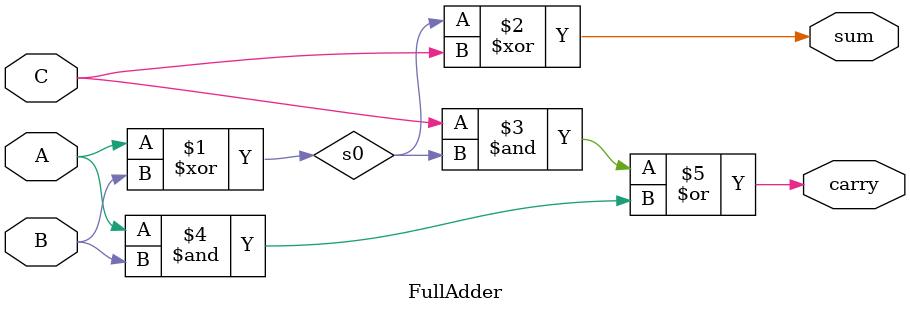
<source format=v>
module FullAdder (
  input A,
  input B,
  input C,
  output sum,
  output carry
);
  wire s0;
  assign s0 = (A ^ B);
  assign sum = (s0 ^ C);
  assign carry = ((C & s0) | (A & B));
endmodule

</source>
